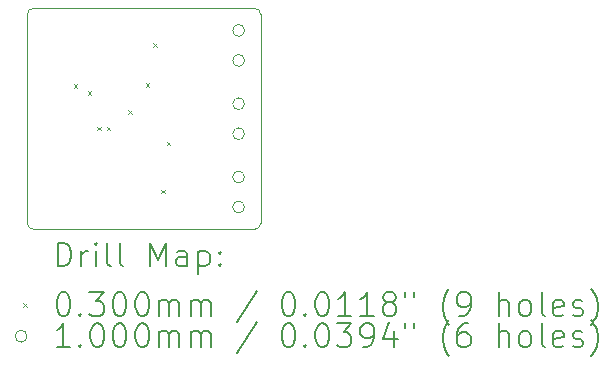
<source format=gbr>
%TF.GenerationSoftware,KiCad,Pcbnew,8.0.5*%
%TF.CreationDate,2024-09-21T15:57:50+02:00*%
%TF.ProjectId,BMA400-breakout,424d4134-3030-42d6-9272-65616b6f7574,rev?*%
%TF.SameCoordinates,Original*%
%TF.FileFunction,Drillmap*%
%TF.FilePolarity,Positive*%
%FSLAX45Y45*%
G04 Gerber Fmt 4.5, Leading zero omitted, Abs format (unit mm)*
G04 Created by KiCad (PCBNEW 8.0.5) date 2024-09-21 15:57:50*
%MOMM*%
%LPD*%
G01*
G04 APERTURE LIST*
%ADD10C,0.050000*%
%ADD11C,0.200000*%
%ADD12C,0.100000*%
G04 APERTURE END LIST*
D10*
X9833000Y-8246000D02*
G75*
G02*
X9783000Y-8196000I0J50000D01*
G01*
X11759000Y-8196000D02*
G75*
G02*
X11709000Y-8246000I-50000J0D01*
G01*
X9783000Y-6426000D02*
G75*
G02*
X9833000Y-6376000I50000J0D01*
G01*
X11709000Y-6376000D02*
G75*
G02*
X11759000Y-6426000I0J-50000D01*
G01*
X9783000Y-8196000D02*
X9783000Y-6426000D01*
X11709000Y-8246000D02*
X9833000Y-8246000D01*
X11759000Y-6426000D02*
X11759000Y-8196000D01*
X9833000Y-6376000D02*
X11709000Y-6376000D01*
D11*
D12*
X10175000Y-7020000D02*
X10205000Y-7050000D01*
X10205000Y-7020000D02*
X10175000Y-7050000D01*
X10293000Y-7079000D02*
X10323000Y-7109000D01*
X10323000Y-7079000D02*
X10293000Y-7109000D01*
X10376000Y-7378000D02*
X10406000Y-7408000D01*
X10406000Y-7378000D02*
X10376000Y-7408000D01*
X10457000Y-7378000D02*
X10487000Y-7408000D01*
X10487000Y-7378000D02*
X10457000Y-7408000D01*
X10636000Y-7237000D02*
X10666000Y-7267000D01*
X10666000Y-7237000D02*
X10636000Y-7267000D01*
X10787000Y-7008000D02*
X10817000Y-7038000D01*
X10817000Y-7008000D02*
X10787000Y-7038000D01*
X10848000Y-6671000D02*
X10878000Y-6701000D01*
X10878000Y-6671000D02*
X10848000Y-6701000D01*
X10917000Y-7910000D02*
X10947000Y-7940000D01*
X10947000Y-7910000D02*
X10917000Y-7940000D01*
X10962000Y-7505000D02*
X10992000Y-7535000D01*
X10992000Y-7505000D02*
X10962000Y-7535000D01*
X11622000Y-6563000D02*
G75*
G02*
X11522000Y-6563000I-50000J0D01*
G01*
X11522000Y-6563000D02*
G75*
G02*
X11622000Y-6563000I50000J0D01*
G01*
X11622000Y-6817000D02*
G75*
G02*
X11522000Y-6817000I-50000J0D01*
G01*
X11522000Y-6817000D02*
G75*
G02*
X11622000Y-6817000I50000J0D01*
G01*
X11622000Y-7184000D02*
G75*
G02*
X11522000Y-7184000I-50000J0D01*
G01*
X11522000Y-7184000D02*
G75*
G02*
X11622000Y-7184000I50000J0D01*
G01*
X11622000Y-7438000D02*
G75*
G02*
X11522000Y-7438000I-50000J0D01*
G01*
X11522000Y-7438000D02*
G75*
G02*
X11622000Y-7438000I50000J0D01*
G01*
X11622000Y-7805000D02*
G75*
G02*
X11522000Y-7805000I-50000J0D01*
G01*
X11522000Y-7805000D02*
G75*
G02*
X11622000Y-7805000I50000J0D01*
G01*
X11622000Y-8059000D02*
G75*
G02*
X11522000Y-8059000I-50000J0D01*
G01*
X11522000Y-8059000D02*
G75*
G02*
X11622000Y-8059000I50000J0D01*
G01*
D11*
X10041277Y-8559984D02*
X10041277Y-8359984D01*
X10041277Y-8359984D02*
X10088896Y-8359984D01*
X10088896Y-8359984D02*
X10117467Y-8369508D01*
X10117467Y-8369508D02*
X10136515Y-8388555D01*
X10136515Y-8388555D02*
X10146039Y-8407603D01*
X10146039Y-8407603D02*
X10155563Y-8445698D01*
X10155563Y-8445698D02*
X10155563Y-8474270D01*
X10155563Y-8474270D02*
X10146039Y-8512365D01*
X10146039Y-8512365D02*
X10136515Y-8531412D01*
X10136515Y-8531412D02*
X10117467Y-8550460D01*
X10117467Y-8550460D02*
X10088896Y-8559984D01*
X10088896Y-8559984D02*
X10041277Y-8559984D01*
X10241277Y-8559984D02*
X10241277Y-8426650D01*
X10241277Y-8464746D02*
X10250801Y-8445698D01*
X10250801Y-8445698D02*
X10260324Y-8436174D01*
X10260324Y-8436174D02*
X10279372Y-8426650D01*
X10279372Y-8426650D02*
X10298420Y-8426650D01*
X10365086Y-8559984D02*
X10365086Y-8426650D01*
X10365086Y-8359984D02*
X10355563Y-8369508D01*
X10355563Y-8369508D02*
X10365086Y-8379031D01*
X10365086Y-8379031D02*
X10374610Y-8369508D01*
X10374610Y-8369508D02*
X10365086Y-8359984D01*
X10365086Y-8359984D02*
X10365086Y-8379031D01*
X10488896Y-8559984D02*
X10469848Y-8550460D01*
X10469848Y-8550460D02*
X10460324Y-8531412D01*
X10460324Y-8531412D02*
X10460324Y-8359984D01*
X10593658Y-8559984D02*
X10574610Y-8550460D01*
X10574610Y-8550460D02*
X10565086Y-8531412D01*
X10565086Y-8531412D02*
X10565086Y-8359984D01*
X10822229Y-8559984D02*
X10822229Y-8359984D01*
X10822229Y-8359984D02*
X10888896Y-8502841D01*
X10888896Y-8502841D02*
X10955563Y-8359984D01*
X10955563Y-8359984D02*
X10955563Y-8559984D01*
X11136515Y-8559984D02*
X11136515Y-8455222D01*
X11136515Y-8455222D02*
X11126991Y-8436174D01*
X11126991Y-8436174D02*
X11107944Y-8426650D01*
X11107944Y-8426650D02*
X11069848Y-8426650D01*
X11069848Y-8426650D02*
X11050801Y-8436174D01*
X11136515Y-8550460D02*
X11117467Y-8559984D01*
X11117467Y-8559984D02*
X11069848Y-8559984D01*
X11069848Y-8559984D02*
X11050801Y-8550460D01*
X11050801Y-8550460D02*
X11041277Y-8531412D01*
X11041277Y-8531412D02*
X11041277Y-8512365D01*
X11041277Y-8512365D02*
X11050801Y-8493317D01*
X11050801Y-8493317D02*
X11069848Y-8483793D01*
X11069848Y-8483793D02*
X11117467Y-8483793D01*
X11117467Y-8483793D02*
X11136515Y-8474270D01*
X11231753Y-8426650D02*
X11231753Y-8626650D01*
X11231753Y-8436174D02*
X11250801Y-8426650D01*
X11250801Y-8426650D02*
X11288896Y-8426650D01*
X11288896Y-8426650D02*
X11307943Y-8436174D01*
X11307943Y-8436174D02*
X11317467Y-8445698D01*
X11317467Y-8445698D02*
X11326991Y-8464746D01*
X11326991Y-8464746D02*
X11326991Y-8521889D01*
X11326991Y-8521889D02*
X11317467Y-8540936D01*
X11317467Y-8540936D02*
X11307943Y-8550460D01*
X11307943Y-8550460D02*
X11288896Y-8559984D01*
X11288896Y-8559984D02*
X11250801Y-8559984D01*
X11250801Y-8559984D02*
X11231753Y-8550460D01*
X11412705Y-8540936D02*
X11422229Y-8550460D01*
X11422229Y-8550460D02*
X11412705Y-8559984D01*
X11412705Y-8559984D02*
X11403182Y-8550460D01*
X11403182Y-8550460D02*
X11412705Y-8540936D01*
X11412705Y-8540936D02*
X11412705Y-8559984D01*
X11412705Y-8436174D02*
X11422229Y-8445698D01*
X11422229Y-8445698D02*
X11412705Y-8455222D01*
X11412705Y-8455222D02*
X11403182Y-8445698D01*
X11403182Y-8445698D02*
X11412705Y-8436174D01*
X11412705Y-8436174D02*
X11412705Y-8455222D01*
D12*
X9750500Y-8873500D02*
X9780500Y-8903500D01*
X9780500Y-8873500D02*
X9750500Y-8903500D01*
D11*
X10079372Y-8779984D02*
X10098420Y-8779984D01*
X10098420Y-8779984D02*
X10117467Y-8789508D01*
X10117467Y-8789508D02*
X10126991Y-8799031D01*
X10126991Y-8799031D02*
X10136515Y-8818079D01*
X10136515Y-8818079D02*
X10146039Y-8856174D01*
X10146039Y-8856174D02*
X10146039Y-8903793D01*
X10146039Y-8903793D02*
X10136515Y-8941889D01*
X10136515Y-8941889D02*
X10126991Y-8960936D01*
X10126991Y-8960936D02*
X10117467Y-8970460D01*
X10117467Y-8970460D02*
X10098420Y-8979984D01*
X10098420Y-8979984D02*
X10079372Y-8979984D01*
X10079372Y-8979984D02*
X10060324Y-8970460D01*
X10060324Y-8970460D02*
X10050801Y-8960936D01*
X10050801Y-8960936D02*
X10041277Y-8941889D01*
X10041277Y-8941889D02*
X10031753Y-8903793D01*
X10031753Y-8903793D02*
X10031753Y-8856174D01*
X10031753Y-8856174D02*
X10041277Y-8818079D01*
X10041277Y-8818079D02*
X10050801Y-8799031D01*
X10050801Y-8799031D02*
X10060324Y-8789508D01*
X10060324Y-8789508D02*
X10079372Y-8779984D01*
X10231753Y-8960936D02*
X10241277Y-8970460D01*
X10241277Y-8970460D02*
X10231753Y-8979984D01*
X10231753Y-8979984D02*
X10222229Y-8970460D01*
X10222229Y-8970460D02*
X10231753Y-8960936D01*
X10231753Y-8960936D02*
X10231753Y-8979984D01*
X10307944Y-8779984D02*
X10431753Y-8779984D01*
X10431753Y-8779984D02*
X10365086Y-8856174D01*
X10365086Y-8856174D02*
X10393658Y-8856174D01*
X10393658Y-8856174D02*
X10412705Y-8865698D01*
X10412705Y-8865698D02*
X10422229Y-8875222D01*
X10422229Y-8875222D02*
X10431753Y-8894270D01*
X10431753Y-8894270D02*
X10431753Y-8941889D01*
X10431753Y-8941889D02*
X10422229Y-8960936D01*
X10422229Y-8960936D02*
X10412705Y-8970460D01*
X10412705Y-8970460D02*
X10393658Y-8979984D01*
X10393658Y-8979984D02*
X10336515Y-8979984D01*
X10336515Y-8979984D02*
X10317467Y-8970460D01*
X10317467Y-8970460D02*
X10307944Y-8960936D01*
X10555563Y-8779984D02*
X10574610Y-8779984D01*
X10574610Y-8779984D02*
X10593658Y-8789508D01*
X10593658Y-8789508D02*
X10603182Y-8799031D01*
X10603182Y-8799031D02*
X10612705Y-8818079D01*
X10612705Y-8818079D02*
X10622229Y-8856174D01*
X10622229Y-8856174D02*
X10622229Y-8903793D01*
X10622229Y-8903793D02*
X10612705Y-8941889D01*
X10612705Y-8941889D02*
X10603182Y-8960936D01*
X10603182Y-8960936D02*
X10593658Y-8970460D01*
X10593658Y-8970460D02*
X10574610Y-8979984D01*
X10574610Y-8979984D02*
X10555563Y-8979984D01*
X10555563Y-8979984D02*
X10536515Y-8970460D01*
X10536515Y-8970460D02*
X10526991Y-8960936D01*
X10526991Y-8960936D02*
X10517467Y-8941889D01*
X10517467Y-8941889D02*
X10507944Y-8903793D01*
X10507944Y-8903793D02*
X10507944Y-8856174D01*
X10507944Y-8856174D02*
X10517467Y-8818079D01*
X10517467Y-8818079D02*
X10526991Y-8799031D01*
X10526991Y-8799031D02*
X10536515Y-8789508D01*
X10536515Y-8789508D02*
X10555563Y-8779984D01*
X10746039Y-8779984D02*
X10765086Y-8779984D01*
X10765086Y-8779984D02*
X10784134Y-8789508D01*
X10784134Y-8789508D02*
X10793658Y-8799031D01*
X10793658Y-8799031D02*
X10803182Y-8818079D01*
X10803182Y-8818079D02*
X10812705Y-8856174D01*
X10812705Y-8856174D02*
X10812705Y-8903793D01*
X10812705Y-8903793D02*
X10803182Y-8941889D01*
X10803182Y-8941889D02*
X10793658Y-8960936D01*
X10793658Y-8960936D02*
X10784134Y-8970460D01*
X10784134Y-8970460D02*
X10765086Y-8979984D01*
X10765086Y-8979984D02*
X10746039Y-8979984D01*
X10746039Y-8979984D02*
X10726991Y-8970460D01*
X10726991Y-8970460D02*
X10717467Y-8960936D01*
X10717467Y-8960936D02*
X10707944Y-8941889D01*
X10707944Y-8941889D02*
X10698420Y-8903793D01*
X10698420Y-8903793D02*
X10698420Y-8856174D01*
X10698420Y-8856174D02*
X10707944Y-8818079D01*
X10707944Y-8818079D02*
X10717467Y-8799031D01*
X10717467Y-8799031D02*
X10726991Y-8789508D01*
X10726991Y-8789508D02*
X10746039Y-8779984D01*
X10898420Y-8979984D02*
X10898420Y-8846650D01*
X10898420Y-8865698D02*
X10907944Y-8856174D01*
X10907944Y-8856174D02*
X10926991Y-8846650D01*
X10926991Y-8846650D02*
X10955563Y-8846650D01*
X10955563Y-8846650D02*
X10974610Y-8856174D01*
X10974610Y-8856174D02*
X10984134Y-8875222D01*
X10984134Y-8875222D02*
X10984134Y-8979984D01*
X10984134Y-8875222D02*
X10993658Y-8856174D01*
X10993658Y-8856174D02*
X11012705Y-8846650D01*
X11012705Y-8846650D02*
X11041277Y-8846650D01*
X11041277Y-8846650D02*
X11060325Y-8856174D01*
X11060325Y-8856174D02*
X11069848Y-8875222D01*
X11069848Y-8875222D02*
X11069848Y-8979984D01*
X11165086Y-8979984D02*
X11165086Y-8846650D01*
X11165086Y-8865698D02*
X11174610Y-8856174D01*
X11174610Y-8856174D02*
X11193658Y-8846650D01*
X11193658Y-8846650D02*
X11222229Y-8846650D01*
X11222229Y-8846650D02*
X11241277Y-8856174D01*
X11241277Y-8856174D02*
X11250801Y-8875222D01*
X11250801Y-8875222D02*
X11250801Y-8979984D01*
X11250801Y-8875222D02*
X11260324Y-8856174D01*
X11260324Y-8856174D02*
X11279372Y-8846650D01*
X11279372Y-8846650D02*
X11307943Y-8846650D01*
X11307943Y-8846650D02*
X11326991Y-8856174D01*
X11326991Y-8856174D02*
X11336515Y-8875222D01*
X11336515Y-8875222D02*
X11336515Y-8979984D01*
X11726991Y-8770460D02*
X11555563Y-9027603D01*
X11984134Y-8779984D02*
X12003182Y-8779984D01*
X12003182Y-8779984D02*
X12022229Y-8789508D01*
X12022229Y-8789508D02*
X12031753Y-8799031D01*
X12031753Y-8799031D02*
X12041277Y-8818079D01*
X12041277Y-8818079D02*
X12050801Y-8856174D01*
X12050801Y-8856174D02*
X12050801Y-8903793D01*
X12050801Y-8903793D02*
X12041277Y-8941889D01*
X12041277Y-8941889D02*
X12031753Y-8960936D01*
X12031753Y-8960936D02*
X12022229Y-8970460D01*
X12022229Y-8970460D02*
X12003182Y-8979984D01*
X12003182Y-8979984D02*
X11984134Y-8979984D01*
X11984134Y-8979984D02*
X11965086Y-8970460D01*
X11965086Y-8970460D02*
X11955563Y-8960936D01*
X11955563Y-8960936D02*
X11946039Y-8941889D01*
X11946039Y-8941889D02*
X11936515Y-8903793D01*
X11936515Y-8903793D02*
X11936515Y-8856174D01*
X11936515Y-8856174D02*
X11946039Y-8818079D01*
X11946039Y-8818079D02*
X11955563Y-8799031D01*
X11955563Y-8799031D02*
X11965086Y-8789508D01*
X11965086Y-8789508D02*
X11984134Y-8779984D01*
X12136515Y-8960936D02*
X12146039Y-8970460D01*
X12146039Y-8970460D02*
X12136515Y-8979984D01*
X12136515Y-8979984D02*
X12126991Y-8970460D01*
X12126991Y-8970460D02*
X12136515Y-8960936D01*
X12136515Y-8960936D02*
X12136515Y-8979984D01*
X12269848Y-8779984D02*
X12288896Y-8779984D01*
X12288896Y-8779984D02*
X12307944Y-8789508D01*
X12307944Y-8789508D02*
X12317467Y-8799031D01*
X12317467Y-8799031D02*
X12326991Y-8818079D01*
X12326991Y-8818079D02*
X12336515Y-8856174D01*
X12336515Y-8856174D02*
X12336515Y-8903793D01*
X12336515Y-8903793D02*
X12326991Y-8941889D01*
X12326991Y-8941889D02*
X12317467Y-8960936D01*
X12317467Y-8960936D02*
X12307944Y-8970460D01*
X12307944Y-8970460D02*
X12288896Y-8979984D01*
X12288896Y-8979984D02*
X12269848Y-8979984D01*
X12269848Y-8979984D02*
X12250801Y-8970460D01*
X12250801Y-8970460D02*
X12241277Y-8960936D01*
X12241277Y-8960936D02*
X12231753Y-8941889D01*
X12231753Y-8941889D02*
X12222229Y-8903793D01*
X12222229Y-8903793D02*
X12222229Y-8856174D01*
X12222229Y-8856174D02*
X12231753Y-8818079D01*
X12231753Y-8818079D02*
X12241277Y-8799031D01*
X12241277Y-8799031D02*
X12250801Y-8789508D01*
X12250801Y-8789508D02*
X12269848Y-8779984D01*
X12526991Y-8979984D02*
X12412706Y-8979984D01*
X12469848Y-8979984D02*
X12469848Y-8779984D01*
X12469848Y-8779984D02*
X12450801Y-8808555D01*
X12450801Y-8808555D02*
X12431753Y-8827603D01*
X12431753Y-8827603D02*
X12412706Y-8837127D01*
X12717467Y-8979984D02*
X12603182Y-8979984D01*
X12660325Y-8979984D02*
X12660325Y-8779984D01*
X12660325Y-8779984D02*
X12641277Y-8808555D01*
X12641277Y-8808555D02*
X12622229Y-8827603D01*
X12622229Y-8827603D02*
X12603182Y-8837127D01*
X12831753Y-8865698D02*
X12812706Y-8856174D01*
X12812706Y-8856174D02*
X12803182Y-8846650D01*
X12803182Y-8846650D02*
X12793658Y-8827603D01*
X12793658Y-8827603D02*
X12793658Y-8818079D01*
X12793658Y-8818079D02*
X12803182Y-8799031D01*
X12803182Y-8799031D02*
X12812706Y-8789508D01*
X12812706Y-8789508D02*
X12831753Y-8779984D01*
X12831753Y-8779984D02*
X12869848Y-8779984D01*
X12869848Y-8779984D02*
X12888896Y-8789508D01*
X12888896Y-8789508D02*
X12898420Y-8799031D01*
X12898420Y-8799031D02*
X12907944Y-8818079D01*
X12907944Y-8818079D02*
X12907944Y-8827603D01*
X12907944Y-8827603D02*
X12898420Y-8846650D01*
X12898420Y-8846650D02*
X12888896Y-8856174D01*
X12888896Y-8856174D02*
X12869848Y-8865698D01*
X12869848Y-8865698D02*
X12831753Y-8865698D01*
X12831753Y-8865698D02*
X12812706Y-8875222D01*
X12812706Y-8875222D02*
X12803182Y-8884746D01*
X12803182Y-8884746D02*
X12793658Y-8903793D01*
X12793658Y-8903793D02*
X12793658Y-8941889D01*
X12793658Y-8941889D02*
X12803182Y-8960936D01*
X12803182Y-8960936D02*
X12812706Y-8970460D01*
X12812706Y-8970460D02*
X12831753Y-8979984D01*
X12831753Y-8979984D02*
X12869848Y-8979984D01*
X12869848Y-8979984D02*
X12888896Y-8970460D01*
X12888896Y-8970460D02*
X12898420Y-8960936D01*
X12898420Y-8960936D02*
X12907944Y-8941889D01*
X12907944Y-8941889D02*
X12907944Y-8903793D01*
X12907944Y-8903793D02*
X12898420Y-8884746D01*
X12898420Y-8884746D02*
X12888896Y-8875222D01*
X12888896Y-8875222D02*
X12869848Y-8865698D01*
X12984134Y-8779984D02*
X12984134Y-8818079D01*
X13060325Y-8779984D02*
X13060325Y-8818079D01*
X13355563Y-9056174D02*
X13346039Y-9046650D01*
X13346039Y-9046650D02*
X13326991Y-9018079D01*
X13326991Y-9018079D02*
X13317468Y-8999031D01*
X13317468Y-8999031D02*
X13307944Y-8970460D01*
X13307944Y-8970460D02*
X13298420Y-8922841D01*
X13298420Y-8922841D02*
X13298420Y-8884746D01*
X13298420Y-8884746D02*
X13307944Y-8837127D01*
X13307944Y-8837127D02*
X13317468Y-8808555D01*
X13317468Y-8808555D02*
X13326991Y-8789508D01*
X13326991Y-8789508D02*
X13346039Y-8760936D01*
X13346039Y-8760936D02*
X13355563Y-8751412D01*
X13441277Y-8979984D02*
X13479372Y-8979984D01*
X13479372Y-8979984D02*
X13498420Y-8970460D01*
X13498420Y-8970460D02*
X13507944Y-8960936D01*
X13507944Y-8960936D02*
X13526991Y-8932365D01*
X13526991Y-8932365D02*
X13536515Y-8894270D01*
X13536515Y-8894270D02*
X13536515Y-8818079D01*
X13536515Y-8818079D02*
X13526991Y-8799031D01*
X13526991Y-8799031D02*
X13517468Y-8789508D01*
X13517468Y-8789508D02*
X13498420Y-8779984D01*
X13498420Y-8779984D02*
X13460325Y-8779984D01*
X13460325Y-8779984D02*
X13441277Y-8789508D01*
X13441277Y-8789508D02*
X13431753Y-8799031D01*
X13431753Y-8799031D02*
X13422229Y-8818079D01*
X13422229Y-8818079D02*
X13422229Y-8865698D01*
X13422229Y-8865698D02*
X13431753Y-8884746D01*
X13431753Y-8884746D02*
X13441277Y-8894270D01*
X13441277Y-8894270D02*
X13460325Y-8903793D01*
X13460325Y-8903793D02*
X13498420Y-8903793D01*
X13498420Y-8903793D02*
X13517468Y-8894270D01*
X13517468Y-8894270D02*
X13526991Y-8884746D01*
X13526991Y-8884746D02*
X13536515Y-8865698D01*
X13774610Y-8979984D02*
X13774610Y-8779984D01*
X13860325Y-8979984D02*
X13860325Y-8875222D01*
X13860325Y-8875222D02*
X13850801Y-8856174D01*
X13850801Y-8856174D02*
X13831753Y-8846650D01*
X13831753Y-8846650D02*
X13803182Y-8846650D01*
X13803182Y-8846650D02*
X13784134Y-8856174D01*
X13784134Y-8856174D02*
X13774610Y-8865698D01*
X13984134Y-8979984D02*
X13965087Y-8970460D01*
X13965087Y-8970460D02*
X13955563Y-8960936D01*
X13955563Y-8960936D02*
X13946039Y-8941889D01*
X13946039Y-8941889D02*
X13946039Y-8884746D01*
X13946039Y-8884746D02*
X13955563Y-8865698D01*
X13955563Y-8865698D02*
X13965087Y-8856174D01*
X13965087Y-8856174D02*
X13984134Y-8846650D01*
X13984134Y-8846650D02*
X14012706Y-8846650D01*
X14012706Y-8846650D02*
X14031753Y-8856174D01*
X14031753Y-8856174D02*
X14041277Y-8865698D01*
X14041277Y-8865698D02*
X14050801Y-8884746D01*
X14050801Y-8884746D02*
X14050801Y-8941889D01*
X14050801Y-8941889D02*
X14041277Y-8960936D01*
X14041277Y-8960936D02*
X14031753Y-8970460D01*
X14031753Y-8970460D02*
X14012706Y-8979984D01*
X14012706Y-8979984D02*
X13984134Y-8979984D01*
X14165087Y-8979984D02*
X14146039Y-8970460D01*
X14146039Y-8970460D02*
X14136515Y-8951412D01*
X14136515Y-8951412D02*
X14136515Y-8779984D01*
X14317468Y-8970460D02*
X14298420Y-8979984D01*
X14298420Y-8979984D02*
X14260325Y-8979984D01*
X14260325Y-8979984D02*
X14241277Y-8970460D01*
X14241277Y-8970460D02*
X14231753Y-8951412D01*
X14231753Y-8951412D02*
X14231753Y-8875222D01*
X14231753Y-8875222D02*
X14241277Y-8856174D01*
X14241277Y-8856174D02*
X14260325Y-8846650D01*
X14260325Y-8846650D02*
X14298420Y-8846650D01*
X14298420Y-8846650D02*
X14317468Y-8856174D01*
X14317468Y-8856174D02*
X14326991Y-8875222D01*
X14326991Y-8875222D02*
X14326991Y-8894270D01*
X14326991Y-8894270D02*
X14231753Y-8913317D01*
X14403182Y-8970460D02*
X14422230Y-8979984D01*
X14422230Y-8979984D02*
X14460325Y-8979984D01*
X14460325Y-8979984D02*
X14479372Y-8970460D01*
X14479372Y-8970460D02*
X14488896Y-8951412D01*
X14488896Y-8951412D02*
X14488896Y-8941889D01*
X14488896Y-8941889D02*
X14479372Y-8922841D01*
X14479372Y-8922841D02*
X14460325Y-8913317D01*
X14460325Y-8913317D02*
X14431753Y-8913317D01*
X14431753Y-8913317D02*
X14412706Y-8903793D01*
X14412706Y-8903793D02*
X14403182Y-8884746D01*
X14403182Y-8884746D02*
X14403182Y-8875222D01*
X14403182Y-8875222D02*
X14412706Y-8856174D01*
X14412706Y-8856174D02*
X14431753Y-8846650D01*
X14431753Y-8846650D02*
X14460325Y-8846650D01*
X14460325Y-8846650D02*
X14479372Y-8856174D01*
X14555563Y-9056174D02*
X14565087Y-9046650D01*
X14565087Y-9046650D02*
X14584134Y-9018079D01*
X14584134Y-9018079D02*
X14593658Y-8999031D01*
X14593658Y-8999031D02*
X14603182Y-8970460D01*
X14603182Y-8970460D02*
X14612706Y-8922841D01*
X14612706Y-8922841D02*
X14612706Y-8884746D01*
X14612706Y-8884746D02*
X14603182Y-8837127D01*
X14603182Y-8837127D02*
X14593658Y-8808555D01*
X14593658Y-8808555D02*
X14584134Y-8789508D01*
X14584134Y-8789508D02*
X14565087Y-8760936D01*
X14565087Y-8760936D02*
X14555563Y-8751412D01*
D12*
X9780500Y-9152500D02*
G75*
G02*
X9680500Y-9152500I-50000J0D01*
G01*
X9680500Y-9152500D02*
G75*
G02*
X9780500Y-9152500I50000J0D01*
G01*
D11*
X10146039Y-9243984D02*
X10031753Y-9243984D01*
X10088896Y-9243984D02*
X10088896Y-9043984D01*
X10088896Y-9043984D02*
X10069848Y-9072555D01*
X10069848Y-9072555D02*
X10050801Y-9091603D01*
X10050801Y-9091603D02*
X10031753Y-9101127D01*
X10231753Y-9224936D02*
X10241277Y-9234460D01*
X10241277Y-9234460D02*
X10231753Y-9243984D01*
X10231753Y-9243984D02*
X10222229Y-9234460D01*
X10222229Y-9234460D02*
X10231753Y-9224936D01*
X10231753Y-9224936D02*
X10231753Y-9243984D01*
X10365086Y-9043984D02*
X10384134Y-9043984D01*
X10384134Y-9043984D02*
X10403182Y-9053508D01*
X10403182Y-9053508D02*
X10412705Y-9063031D01*
X10412705Y-9063031D02*
X10422229Y-9082079D01*
X10422229Y-9082079D02*
X10431753Y-9120174D01*
X10431753Y-9120174D02*
X10431753Y-9167793D01*
X10431753Y-9167793D02*
X10422229Y-9205889D01*
X10422229Y-9205889D02*
X10412705Y-9224936D01*
X10412705Y-9224936D02*
X10403182Y-9234460D01*
X10403182Y-9234460D02*
X10384134Y-9243984D01*
X10384134Y-9243984D02*
X10365086Y-9243984D01*
X10365086Y-9243984D02*
X10346039Y-9234460D01*
X10346039Y-9234460D02*
X10336515Y-9224936D01*
X10336515Y-9224936D02*
X10326991Y-9205889D01*
X10326991Y-9205889D02*
X10317467Y-9167793D01*
X10317467Y-9167793D02*
X10317467Y-9120174D01*
X10317467Y-9120174D02*
X10326991Y-9082079D01*
X10326991Y-9082079D02*
X10336515Y-9063031D01*
X10336515Y-9063031D02*
X10346039Y-9053508D01*
X10346039Y-9053508D02*
X10365086Y-9043984D01*
X10555563Y-9043984D02*
X10574610Y-9043984D01*
X10574610Y-9043984D02*
X10593658Y-9053508D01*
X10593658Y-9053508D02*
X10603182Y-9063031D01*
X10603182Y-9063031D02*
X10612705Y-9082079D01*
X10612705Y-9082079D02*
X10622229Y-9120174D01*
X10622229Y-9120174D02*
X10622229Y-9167793D01*
X10622229Y-9167793D02*
X10612705Y-9205889D01*
X10612705Y-9205889D02*
X10603182Y-9224936D01*
X10603182Y-9224936D02*
X10593658Y-9234460D01*
X10593658Y-9234460D02*
X10574610Y-9243984D01*
X10574610Y-9243984D02*
X10555563Y-9243984D01*
X10555563Y-9243984D02*
X10536515Y-9234460D01*
X10536515Y-9234460D02*
X10526991Y-9224936D01*
X10526991Y-9224936D02*
X10517467Y-9205889D01*
X10517467Y-9205889D02*
X10507944Y-9167793D01*
X10507944Y-9167793D02*
X10507944Y-9120174D01*
X10507944Y-9120174D02*
X10517467Y-9082079D01*
X10517467Y-9082079D02*
X10526991Y-9063031D01*
X10526991Y-9063031D02*
X10536515Y-9053508D01*
X10536515Y-9053508D02*
X10555563Y-9043984D01*
X10746039Y-9043984D02*
X10765086Y-9043984D01*
X10765086Y-9043984D02*
X10784134Y-9053508D01*
X10784134Y-9053508D02*
X10793658Y-9063031D01*
X10793658Y-9063031D02*
X10803182Y-9082079D01*
X10803182Y-9082079D02*
X10812705Y-9120174D01*
X10812705Y-9120174D02*
X10812705Y-9167793D01*
X10812705Y-9167793D02*
X10803182Y-9205889D01*
X10803182Y-9205889D02*
X10793658Y-9224936D01*
X10793658Y-9224936D02*
X10784134Y-9234460D01*
X10784134Y-9234460D02*
X10765086Y-9243984D01*
X10765086Y-9243984D02*
X10746039Y-9243984D01*
X10746039Y-9243984D02*
X10726991Y-9234460D01*
X10726991Y-9234460D02*
X10717467Y-9224936D01*
X10717467Y-9224936D02*
X10707944Y-9205889D01*
X10707944Y-9205889D02*
X10698420Y-9167793D01*
X10698420Y-9167793D02*
X10698420Y-9120174D01*
X10698420Y-9120174D02*
X10707944Y-9082079D01*
X10707944Y-9082079D02*
X10717467Y-9063031D01*
X10717467Y-9063031D02*
X10726991Y-9053508D01*
X10726991Y-9053508D02*
X10746039Y-9043984D01*
X10898420Y-9243984D02*
X10898420Y-9110650D01*
X10898420Y-9129698D02*
X10907944Y-9120174D01*
X10907944Y-9120174D02*
X10926991Y-9110650D01*
X10926991Y-9110650D02*
X10955563Y-9110650D01*
X10955563Y-9110650D02*
X10974610Y-9120174D01*
X10974610Y-9120174D02*
X10984134Y-9139222D01*
X10984134Y-9139222D02*
X10984134Y-9243984D01*
X10984134Y-9139222D02*
X10993658Y-9120174D01*
X10993658Y-9120174D02*
X11012705Y-9110650D01*
X11012705Y-9110650D02*
X11041277Y-9110650D01*
X11041277Y-9110650D02*
X11060325Y-9120174D01*
X11060325Y-9120174D02*
X11069848Y-9139222D01*
X11069848Y-9139222D02*
X11069848Y-9243984D01*
X11165086Y-9243984D02*
X11165086Y-9110650D01*
X11165086Y-9129698D02*
X11174610Y-9120174D01*
X11174610Y-9120174D02*
X11193658Y-9110650D01*
X11193658Y-9110650D02*
X11222229Y-9110650D01*
X11222229Y-9110650D02*
X11241277Y-9120174D01*
X11241277Y-9120174D02*
X11250801Y-9139222D01*
X11250801Y-9139222D02*
X11250801Y-9243984D01*
X11250801Y-9139222D02*
X11260324Y-9120174D01*
X11260324Y-9120174D02*
X11279372Y-9110650D01*
X11279372Y-9110650D02*
X11307943Y-9110650D01*
X11307943Y-9110650D02*
X11326991Y-9120174D01*
X11326991Y-9120174D02*
X11336515Y-9139222D01*
X11336515Y-9139222D02*
X11336515Y-9243984D01*
X11726991Y-9034460D02*
X11555563Y-9291603D01*
X11984134Y-9043984D02*
X12003182Y-9043984D01*
X12003182Y-9043984D02*
X12022229Y-9053508D01*
X12022229Y-9053508D02*
X12031753Y-9063031D01*
X12031753Y-9063031D02*
X12041277Y-9082079D01*
X12041277Y-9082079D02*
X12050801Y-9120174D01*
X12050801Y-9120174D02*
X12050801Y-9167793D01*
X12050801Y-9167793D02*
X12041277Y-9205889D01*
X12041277Y-9205889D02*
X12031753Y-9224936D01*
X12031753Y-9224936D02*
X12022229Y-9234460D01*
X12022229Y-9234460D02*
X12003182Y-9243984D01*
X12003182Y-9243984D02*
X11984134Y-9243984D01*
X11984134Y-9243984D02*
X11965086Y-9234460D01*
X11965086Y-9234460D02*
X11955563Y-9224936D01*
X11955563Y-9224936D02*
X11946039Y-9205889D01*
X11946039Y-9205889D02*
X11936515Y-9167793D01*
X11936515Y-9167793D02*
X11936515Y-9120174D01*
X11936515Y-9120174D02*
X11946039Y-9082079D01*
X11946039Y-9082079D02*
X11955563Y-9063031D01*
X11955563Y-9063031D02*
X11965086Y-9053508D01*
X11965086Y-9053508D02*
X11984134Y-9043984D01*
X12136515Y-9224936D02*
X12146039Y-9234460D01*
X12146039Y-9234460D02*
X12136515Y-9243984D01*
X12136515Y-9243984D02*
X12126991Y-9234460D01*
X12126991Y-9234460D02*
X12136515Y-9224936D01*
X12136515Y-9224936D02*
X12136515Y-9243984D01*
X12269848Y-9043984D02*
X12288896Y-9043984D01*
X12288896Y-9043984D02*
X12307944Y-9053508D01*
X12307944Y-9053508D02*
X12317467Y-9063031D01*
X12317467Y-9063031D02*
X12326991Y-9082079D01*
X12326991Y-9082079D02*
X12336515Y-9120174D01*
X12336515Y-9120174D02*
X12336515Y-9167793D01*
X12336515Y-9167793D02*
X12326991Y-9205889D01*
X12326991Y-9205889D02*
X12317467Y-9224936D01*
X12317467Y-9224936D02*
X12307944Y-9234460D01*
X12307944Y-9234460D02*
X12288896Y-9243984D01*
X12288896Y-9243984D02*
X12269848Y-9243984D01*
X12269848Y-9243984D02*
X12250801Y-9234460D01*
X12250801Y-9234460D02*
X12241277Y-9224936D01*
X12241277Y-9224936D02*
X12231753Y-9205889D01*
X12231753Y-9205889D02*
X12222229Y-9167793D01*
X12222229Y-9167793D02*
X12222229Y-9120174D01*
X12222229Y-9120174D02*
X12231753Y-9082079D01*
X12231753Y-9082079D02*
X12241277Y-9063031D01*
X12241277Y-9063031D02*
X12250801Y-9053508D01*
X12250801Y-9053508D02*
X12269848Y-9043984D01*
X12403182Y-9043984D02*
X12526991Y-9043984D01*
X12526991Y-9043984D02*
X12460325Y-9120174D01*
X12460325Y-9120174D02*
X12488896Y-9120174D01*
X12488896Y-9120174D02*
X12507944Y-9129698D01*
X12507944Y-9129698D02*
X12517467Y-9139222D01*
X12517467Y-9139222D02*
X12526991Y-9158270D01*
X12526991Y-9158270D02*
X12526991Y-9205889D01*
X12526991Y-9205889D02*
X12517467Y-9224936D01*
X12517467Y-9224936D02*
X12507944Y-9234460D01*
X12507944Y-9234460D02*
X12488896Y-9243984D01*
X12488896Y-9243984D02*
X12431753Y-9243984D01*
X12431753Y-9243984D02*
X12412706Y-9234460D01*
X12412706Y-9234460D02*
X12403182Y-9224936D01*
X12622229Y-9243984D02*
X12660325Y-9243984D01*
X12660325Y-9243984D02*
X12679372Y-9234460D01*
X12679372Y-9234460D02*
X12688896Y-9224936D01*
X12688896Y-9224936D02*
X12707944Y-9196365D01*
X12707944Y-9196365D02*
X12717467Y-9158270D01*
X12717467Y-9158270D02*
X12717467Y-9082079D01*
X12717467Y-9082079D02*
X12707944Y-9063031D01*
X12707944Y-9063031D02*
X12698420Y-9053508D01*
X12698420Y-9053508D02*
X12679372Y-9043984D01*
X12679372Y-9043984D02*
X12641277Y-9043984D01*
X12641277Y-9043984D02*
X12622229Y-9053508D01*
X12622229Y-9053508D02*
X12612706Y-9063031D01*
X12612706Y-9063031D02*
X12603182Y-9082079D01*
X12603182Y-9082079D02*
X12603182Y-9129698D01*
X12603182Y-9129698D02*
X12612706Y-9148746D01*
X12612706Y-9148746D02*
X12622229Y-9158270D01*
X12622229Y-9158270D02*
X12641277Y-9167793D01*
X12641277Y-9167793D02*
X12679372Y-9167793D01*
X12679372Y-9167793D02*
X12698420Y-9158270D01*
X12698420Y-9158270D02*
X12707944Y-9148746D01*
X12707944Y-9148746D02*
X12717467Y-9129698D01*
X12888896Y-9110650D02*
X12888896Y-9243984D01*
X12841277Y-9034460D02*
X12793658Y-9177317D01*
X12793658Y-9177317D02*
X12917467Y-9177317D01*
X12984134Y-9043984D02*
X12984134Y-9082079D01*
X13060325Y-9043984D02*
X13060325Y-9082079D01*
X13355563Y-9320174D02*
X13346039Y-9310650D01*
X13346039Y-9310650D02*
X13326991Y-9282079D01*
X13326991Y-9282079D02*
X13317468Y-9263031D01*
X13317468Y-9263031D02*
X13307944Y-9234460D01*
X13307944Y-9234460D02*
X13298420Y-9186841D01*
X13298420Y-9186841D02*
X13298420Y-9148746D01*
X13298420Y-9148746D02*
X13307944Y-9101127D01*
X13307944Y-9101127D02*
X13317468Y-9072555D01*
X13317468Y-9072555D02*
X13326991Y-9053508D01*
X13326991Y-9053508D02*
X13346039Y-9024936D01*
X13346039Y-9024936D02*
X13355563Y-9015412D01*
X13517468Y-9043984D02*
X13479372Y-9043984D01*
X13479372Y-9043984D02*
X13460325Y-9053508D01*
X13460325Y-9053508D02*
X13450801Y-9063031D01*
X13450801Y-9063031D02*
X13431753Y-9091603D01*
X13431753Y-9091603D02*
X13422229Y-9129698D01*
X13422229Y-9129698D02*
X13422229Y-9205889D01*
X13422229Y-9205889D02*
X13431753Y-9224936D01*
X13431753Y-9224936D02*
X13441277Y-9234460D01*
X13441277Y-9234460D02*
X13460325Y-9243984D01*
X13460325Y-9243984D02*
X13498420Y-9243984D01*
X13498420Y-9243984D02*
X13517468Y-9234460D01*
X13517468Y-9234460D02*
X13526991Y-9224936D01*
X13526991Y-9224936D02*
X13536515Y-9205889D01*
X13536515Y-9205889D02*
X13536515Y-9158270D01*
X13536515Y-9158270D02*
X13526991Y-9139222D01*
X13526991Y-9139222D02*
X13517468Y-9129698D01*
X13517468Y-9129698D02*
X13498420Y-9120174D01*
X13498420Y-9120174D02*
X13460325Y-9120174D01*
X13460325Y-9120174D02*
X13441277Y-9129698D01*
X13441277Y-9129698D02*
X13431753Y-9139222D01*
X13431753Y-9139222D02*
X13422229Y-9158270D01*
X13774610Y-9243984D02*
X13774610Y-9043984D01*
X13860325Y-9243984D02*
X13860325Y-9139222D01*
X13860325Y-9139222D02*
X13850801Y-9120174D01*
X13850801Y-9120174D02*
X13831753Y-9110650D01*
X13831753Y-9110650D02*
X13803182Y-9110650D01*
X13803182Y-9110650D02*
X13784134Y-9120174D01*
X13784134Y-9120174D02*
X13774610Y-9129698D01*
X13984134Y-9243984D02*
X13965087Y-9234460D01*
X13965087Y-9234460D02*
X13955563Y-9224936D01*
X13955563Y-9224936D02*
X13946039Y-9205889D01*
X13946039Y-9205889D02*
X13946039Y-9148746D01*
X13946039Y-9148746D02*
X13955563Y-9129698D01*
X13955563Y-9129698D02*
X13965087Y-9120174D01*
X13965087Y-9120174D02*
X13984134Y-9110650D01*
X13984134Y-9110650D02*
X14012706Y-9110650D01*
X14012706Y-9110650D02*
X14031753Y-9120174D01*
X14031753Y-9120174D02*
X14041277Y-9129698D01*
X14041277Y-9129698D02*
X14050801Y-9148746D01*
X14050801Y-9148746D02*
X14050801Y-9205889D01*
X14050801Y-9205889D02*
X14041277Y-9224936D01*
X14041277Y-9224936D02*
X14031753Y-9234460D01*
X14031753Y-9234460D02*
X14012706Y-9243984D01*
X14012706Y-9243984D02*
X13984134Y-9243984D01*
X14165087Y-9243984D02*
X14146039Y-9234460D01*
X14146039Y-9234460D02*
X14136515Y-9215412D01*
X14136515Y-9215412D02*
X14136515Y-9043984D01*
X14317468Y-9234460D02*
X14298420Y-9243984D01*
X14298420Y-9243984D02*
X14260325Y-9243984D01*
X14260325Y-9243984D02*
X14241277Y-9234460D01*
X14241277Y-9234460D02*
X14231753Y-9215412D01*
X14231753Y-9215412D02*
X14231753Y-9139222D01*
X14231753Y-9139222D02*
X14241277Y-9120174D01*
X14241277Y-9120174D02*
X14260325Y-9110650D01*
X14260325Y-9110650D02*
X14298420Y-9110650D01*
X14298420Y-9110650D02*
X14317468Y-9120174D01*
X14317468Y-9120174D02*
X14326991Y-9139222D01*
X14326991Y-9139222D02*
X14326991Y-9158270D01*
X14326991Y-9158270D02*
X14231753Y-9177317D01*
X14403182Y-9234460D02*
X14422230Y-9243984D01*
X14422230Y-9243984D02*
X14460325Y-9243984D01*
X14460325Y-9243984D02*
X14479372Y-9234460D01*
X14479372Y-9234460D02*
X14488896Y-9215412D01*
X14488896Y-9215412D02*
X14488896Y-9205889D01*
X14488896Y-9205889D02*
X14479372Y-9186841D01*
X14479372Y-9186841D02*
X14460325Y-9177317D01*
X14460325Y-9177317D02*
X14431753Y-9177317D01*
X14431753Y-9177317D02*
X14412706Y-9167793D01*
X14412706Y-9167793D02*
X14403182Y-9148746D01*
X14403182Y-9148746D02*
X14403182Y-9139222D01*
X14403182Y-9139222D02*
X14412706Y-9120174D01*
X14412706Y-9120174D02*
X14431753Y-9110650D01*
X14431753Y-9110650D02*
X14460325Y-9110650D01*
X14460325Y-9110650D02*
X14479372Y-9120174D01*
X14555563Y-9320174D02*
X14565087Y-9310650D01*
X14565087Y-9310650D02*
X14584134Y-9282079D01*
X14584134Y-9282079D02*
X14593658Y-9263031D01*
X14593658Y-9263031D02*
X14603182Y-9234460D01*
X14603182Y-9234460D02*
X14612706Y-9186841D01*
X14612706Y-9186841D02*
X14612706Y-9148746D01*
X14612706Y-9148746D02*
X14603182Y-9101127D01*
X14603182Y-9101127D02*
X14593658Y-9072555D01*
X14593658Y-9072555D02*
X14584134Y-9053508D01*
X14584134Y-9053508D02*
X14565087Y-9024936D01*
X14565087Y-9024936D02*
X14555563Y-9015412D01*
M02*

</source>
